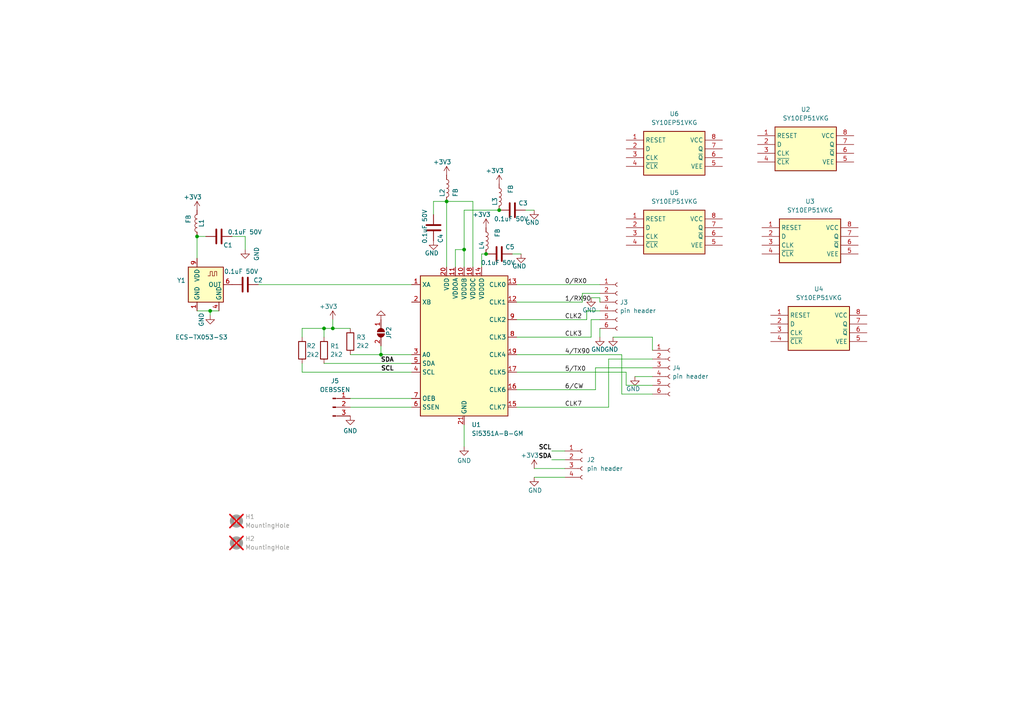
<source format=kicad_sch>
(kicad_sch (version 20250114) (generator "eeschema") (generator_version "9.0")
  (paper "A4")
  (title_block (title "Si5341A-D-GM Daughter Board") (date "2026-01-03") (rev "1") (company "Designed by WJ Schmidt - K9HZ"))
  (lib_symbols
    (symbol "+3V3_1" (power) (pin_numbers (hide yes)) (pin_names (offset 0) (hide yes))
      (property "Value" "+3V3" (at 0 3.556 0))
      (symbol "+3V3_1_0_1"
        (polyline (pts (xy -0.762 1.27) (xy 0 2.54)))
        (polyline (pts (xy 0 2.54) (xy 0.762 1.27)))
        (polyline (pts (xy 0 0) (xy 0 2.54)))
      )
      (symbol "+3V3_1_1_1"
        (pin power_in line (at 0 0 90) (length 0) (name "~") (number "1"))
      )
    )
    (symbol "Connector:Conn_01x03_Pin" (pin_names (offset 1.016) (hide yes))
      (property "Reference" "J" (at 0 5.08 0))
      (property "Value" "Conn_01x03_Pin" (at 0 -5.08 0))
      (symbol "Conn_01x03_Pin_1_1"
        (rectangle (start 0.8636 2.667) (end 0 2.413) (stroke (width 0.1524)) (fill (type outline)))
        (rectangle (start 0.8636 0.127) (end 0 -0.127) (stroke (width 0.1524)) (fill (type outline)))
        (rectangle (start 0.8636 -2.413) (end 0 -2.667) (stroke (width 0.1524)) (fill (type outline)))
        (polyline (pts (xy 1.27 2.54) (xy 0.8636 2.54)) (stroke (width 0.1524)))
        (polyline (pts (xy 1.27 0) (xy 0.8636 0)) (stroke (width 0.1524)))
        (polyline (pts (xy 1.27 -2.54) (xy 0.8636 -2.54)) (stroke (width 0.1524)))
        (pin passive line (at 5.08 2.54 180) (length 3.81) (name "Pin_1") (number "1"))
        (pin passive line (at 5.08 0 180) (length 3.81) (name "Pin_2") (number "2"))
        (pin passive line (at 5.08 -2.54 180) (length 3.81) (name "Pin_3") (number "3"))
      )
    )
    (symbol "Connector:Conn_01x04_Socket" (pin_names (offset 1.016) (hide yes))
      (property "Reference" "J" (at 0 5.08 0))
      (property "Value" "Conn_01x04_Socket" (at 0 -7.62 0))
      (symbol "Conn_01x04_Socket_1_1"
        (polyline (pts (xy -1.27 2.54) (xy -0.508 2.54)) (stroke (width 0.1524)))
        (polyline (pts (xy -1.27 0) (xy -0.508 0)) (stroke (width 0.1524)))
        (polyline (pts (xy -1.27 -2.54) (xy -0.508 -2.54)) (stroke (width 0.1524)))
        (polyline (pts (xy -1.27 -5.08) (xy -0.508 -5.08)) (stroke (width 0.1524)))
        (arc (start 0 2.032) (mid -0.5058 2.54) (end 0 3.048) (stroke (width 0.1524)))
        (arc (start 0 -0.508) (mid -0.5058 0) (end 0 0.508) (stroke (width 0.1524)))
        (arc (start 0 -3.048) (mid -0.5058 -2.54) (end 0 -2.032) (stroke (width 0.1524)))
        (arc (start 0 -5.588) (mid -0.5058 -5.08) (end 0 -4.572) (stroke (width 0.1524)))
        (pin passive line (at -5.08 2.54 0) (length 3.81) (name "Pin_1") (number "1"))
        (pin passive line (at -5.08 0 0) (length 3.81) (name "Pin_2") (number "2"))
        (pin passive line (at -5.08 -2.54 0) (length 3.81) (name "Pin_3") (number "3"))
        (pin passive line (at -5.08 -5.08 0) (length 3.81) (name "Pin_4") (number "4"))
      )
    )
    (symbol "Connector:Conn_01x06_Socket" (pin_names (offset 1.016) (hide yes))
      (property "Reference" "J" (at 0 7.62 0))
      (property "Value" "Conn_01x06_Socket" (at 0 -10.16 0))
      (symbol "Conn_01x06_Socket_1_1"
        (polyline (pts (xy -1.27 5.08) (xy -0.508 5.08)) (stroke (width 0.1524)))
        (polyline (pts (xy -1.27 2.54) (xy -0.508 2.54)) (stroke (width 0.1524)))
        (polyline (pts (xy -1.27 0) (xy -0.508 0)) (stroke (width 0.1524)))
        (polyline (pts (xy -1.27 -2.54) (xy -0.508 -2.54)) (stroke (width 0.1524)))
        (polyline (pts (xy -1.27 -5.08) (xy -0.508 -5.08)) (stroke (width 0.1524)))
        (polyline (pts (xy -1.27 -7.62) (xy -0.508 -7.62)) (stroke (width 0.1524)))
        (arc (start 0 4.572) (mid -0.5058 5.08) (end 0 5.588) (stroke (width 0.1524)))
        (arc (start 0 2.032) (mid -0.5058 2.54) (end 0 3.048) (stroke (width 0.1524)))
        (arc (start 0 -0.508) (mid -0.5058 0) (end 0 0.508) (stroke (width 0.1524)))
        (arc (start 0 -3.048) (mid -0.5058 -2.54) (end 0 -2.032) (stroke (width 0.1524)))
        (arc (start 0 -5.588) (mid -0.5058 -5.08) (end 0 -4.572) (stroke (width 0.1524)))
        (arc (start 0 -8.128) (mid -0.5058 -7.62) (end 0 -7.112) (stroke (width 0.1524)))
        (pin passive line (at -5.08 5.08 0) (length 3.81) (name "Pin_1") (number "1"))
        (pin passive line (at -5.08 2.54 0) (length 3.81) (name "Pin_2") (number "2"))
        (pin passive line (at -5.08 0 0) (length 3.81) (name "Pin_3") (number "3"))
        (pin passive line (at -5.08 -2.54 0) (length 3.81) (name "Pin_4") (number "4"))
        (pin passive line (at -5.08 -5.08 0) (length 3.81) (name "Pin_5") (number "5"))
        (pin passive line (at -5.08 -7.62 0) (length 3.81) (name "Pin_6") (number "6"))
      )
    )
    (symbol "Device:C" (pin_numbers (hide yes)) (pin_names (offset 0.254))
      (property "Reference" "C" (at 0.635 2.54 0))
      (property "Value" "C" (at 0.635 -2.54 0))
      (symbol "C_0_1"
        (polyline (pts (xy -2.032 0.762) (xy 2.032 0.762)) (stroke (width 0.508)))
        (polyline (pts (xy -2.032 -0.762) (xy 2.032 -0.762)) (stroke (width 0.508)))
      )
      (symbol "C_1_1"
        (pin passive line (at 0 3.81 270) (length 2.794) (name "~") (number "1"))
        (pin passive line (at 0 -3.81 90) (length 2.794) (name "~") (number "2"))
      )
    )
    (symbol "Device:L" (pin_numbers (hide yes)) (pin_names (offset 1.016) (hide yes))
      (property "Reference" "L" (at -1.27 0 90))
      (property "Value" "L" (at 1.905 0 90))
      (symbol "L_0_1"
        (arc (start 0 2.54) (mid 0.6323 1.905) (end 0 1.27))
        (arc (start 0 1.27) (mid 0.6323 0.635) (end 0 0))
        (arc (start 0 0) (mid 0.6323 -0.635) (end 0 -1.27))
        (arc (start 0 -1.27) (mid 0.6323 -1.905) (end 0 -2.54))
      )
      (symbol "L_1_1"
        (pin passive line (at 0 3.81 270) (length 1.27) (name "1") (number "1"))
        (pin passive line (at 0 -3.81 90) (length 1.27) (name "2") (number "2"))
      )
    )
    (symbol "Device:R" (pin_numbers (hide yes)) (pin_names (offset 0))
      (property "Reference" "R" (at 2.032 0 90))
      (property "Value" "R" (at 0 0 90))
      (symbol "R_0_1"
        (rectangle (start -1.016 -2.54) (end 1.016 2.54) (stroke (width 0.254)))
      )
      (symbol "R_1_1"
        (pin passive line (at 0 3.81 270) (length 1.27) (name "~") (number "1"))
        (pin passive line (at 0 -3.81 90) (length 1.27) (name "~") (number "2"))
      )
    )
    (symbol "Jumper:SolderJumper_2_Open" (pin_names (offset 0) (hide yes))
      (property "Reference" "JP" (at 0 2.032 0))
      (property "Value" "SolderJumper_2_Open" (at 0 -2.54 0))
      (symbol "SolderJumper_2_Open_0_1"
        (polyline (pts (xy -0.254 1.016) (xy -0.254 -1.016)))
        (arc (start -0.254 -1.016) (mid -1.2656 0) (end -0.254 1.016))
        (arc (start -0.254 -1.016) (mid -1.2656 0) (end -0.254 1.016) (fill (type outline)))
        (arc (start 0.254 1.016) (mid 1.2656 0) (end 0.254 -1.016))
        (arc (start 0.254 1.016) (mid 1.2656 0) (end 0.254 -1.016) (fill (type outline)))
        (polyline (pts (xy 0.254 1.016) (xy 0.254 -1.016)))
      )
      (symbol "SolderJumper_2_Open_1_1"
        (pin passive line (at -3.81 0 0) (length 2.54) (name "A") (number "1"))
        (pin passive line (at 3.81 0 180) (length 2.54) (name "B") (number "2"))
      )
    )
    (symbol "Mechanical:MountingHole" (pin_names (offset 1.016)) (in_bom no)
      (property "Reference" "H" (at 0 5.08 0))
      (property "Value" "MountingHole" (at 0 3.175 0))
      (symbol "MountingHole_0_1"
        (circle (center 0 0) (radius 1.27) (stroke (width 1.27)))
      )
    )
    (symbol "Oscillator:Si5351A-B-GM"
      (property "Reference" "Y" (at -12.7 21.59 0))
      (property "Value" "Si5351A-B-GM" (at -13.97 -22.86 0))
      (symbol "Si5351A-B-GM_1_1"
        (rectangle (start -12.7 20.32) (end 12.7 -20.32) (stroke (width 0.254)) (fill (type background)))
        (pin input line (at -15.24 17.78 0) (length 2.54) (name "XA") (number "1"))
        (pin input line (at -15.24 12.7 0) (length 2.54) (name "XB") (number "2"))
        (pin input line (at -15.24 -2.54 0) (length 2.54) (name "A0") (number "3"))
        (pin bidirectional line (at -15.24 -5.08 0) (length 2.54) (name "SDA") (number "5"))
        (pin input line (at -15.24 -7.62 0) (length 2.54) (name "SCL") (number "4"))
        (pin input line (at -15.24 -15.24 0) (length 2.54) (name "OEB") (number "7"))
        (pin input line (at -15.24 -17.78 0) (length 2.54) (name "SSEN") (number "6"))
        (pin power_in line (at -5.08 22.86 270) (length 2.54) (name "VDD") (number "20"))
        (pin power_in line (at -2.54 22.86 270) (length 2.54) (name "VDDOA") (number "11"))
        (pin power_in line (at 0 22.86 270) (length 2.54) (name "VDDOB") (number "10"))
        (pin power_in line (at 0 -22.86 90) (length 2.54) (name "GND") (number "21"))
        (pin power_in line (at 2.54 22.86 270) (length 2.54) (name "VDDOC") (number "18"))
        (pin power_in line (at 5.08 22.86 270) (length 2.54) (name "VDDOD") (number "14"))
        (pin output line (at 15.24 17.78 180) (length 2.54) (name "CLK0") (number "13"))
        (pin output line (at 15.24 12.7 180) (length 2.54) (name "CLK1") (number "12"))
        (pin output line (at 15.24 7.62 180) (length 2.54) (name "CLK2") (number "9"))
        (pin output line (at 15.24 2.54 180) (length 2.54) (name "CLK3") (number "8"))
        (pin output line (at 15.24 -2.54 180) (length 2.54) (name "CLK4") (number "19"))
        (pin output line (at 15.24 -7.62 180) (length 2.54) (name "CLK5") (number "17"))
        (pin output line (at 15.24 -12.7 180) (length 2.54) (name "CLK6") (number "16"))
        (pin output line (at 15.24 -17.78 180) (length 2.54) (name "CLK7") (number "15"))
      )
    )
    (symbol "SY10EP51VKG:SY10EP51VKG"
      (property "Reference" "IC" (at 24.13 7.62 0))
      (property "Value" "SY10EP51VKG" (at 24.13 5.08 0))
      (symbol "SY10EP51VKG_1_1"
        (rectangle (start 5.08 2.54) (end 22.86 -10.16) (stroke (width 0.254)) (fill (type background)))
        (pin passive line (at 0 0 0) (length 5.08) (name "RESET") (number "1"))
        (pin passive line (at 0 -2.54 0) (length 5.08) (name "D") (number "2"))
        (pin passive line (at 0 -5.08 0) (length 5.08) (name "CLK") (number "3"))
        (pin passive line (at 0 -7.62 0) (length 5.08) (name "~{CLK}") (number "4"))
        (pin passive line (at 27.94 0 180) (length 5.08) (name "VCC") (number "8"))
        (pin passive line (at 27.94 -2.54 180) (length 5.08) (name "Q") (number "7"))
        (pin passive line (at 27.94 -5.08 180) (length 5.08) (name "~{Q}") (number "6"))
        (pin passive line (at 27.94 -7.62 180) (length 5.08) (name "VEE") (number "5"))
      )
    )
    (symbol "T41_Library:ECS-TX053-S3"
      (property "Reference" "U" (at 1.27 11.43 0))
      (property "Value" "ECS-TX053-S3" (at 2.54 8.89 0))
      (symbol "ECS-TX053-S3_0_1"
        (rectangle (start -5.08 5.08) (end 5.08 -5.08) (stroke (width 0.254)) (fill (type background)))
        (polyline (pts (xy 0.635 2.54) (xy 1.27 2.54) (xy 1.27 3.81) (xy 1.905 3.81) (xy 1.905 2.54) (xy 2.54 2.54) (xy 2.54 3.81) (xy 3.175 3.81) (xy 3.175 2.54)))
      )
      (symbol "ECS-TX053-S3_1_1"
        (pin power_in line (at -2.54 7.62 270) (length 2.54) (name "VDD") (number "9"))
        (pin power_in line (at -2.54 -7.62 90) (length 2.54) (name "GND") (number "1"))
        (pin power_in line (at 3.81 -7.62 90) (length 2.54) (name "GND") (number "4"))
        (pin output line (at 7.62 0 180) (length 2.54) (name "OUT") (number "6"))
      )
    )
    (symbol "power:+3V3" (power) (pin_names (offset 0))
      (property "Value" "+3V3" (at 0 3.556 0))
      (symbol "+3V3_0_1"
        (polyline (pts (xy -0.762 1.27) (xy 0 2.54)))
        (polyline (pts (xy 0 2.54) (xy 0.762 1.27)))
        (polyline (pts (xy 0 0) (xy 0 2.54)))
      )
      (symbol "+3V3_1_1"
        (pin power_in line (at 0 0 90) (length 0) (hide yes) (name "+3V3") (number "1"))
      )
    )
    (symbol "power:GND" (power) (pin_names (offset 0))
      (property "Value" "GND" (at 0 -3.81 0))
      (symbol "GND_0_1"
        (polyline (pts (xy 0 0) (xy 0 -1.27) (xy 1.27 -1.27) (xy 0 -2.54) (xy -1.27 -1.27) (xy 0 -1.27)))
      )
      (symbol "GND_1_1"
        (pin power_in line (at 0 0 270) (length 0) (hide yes) (name "GND") (number "1"))
      )
    )
  )
  (junction (at 140.97 73.66))
  (junction (at 110.49 102.87))
  (junction (at 144.78 60.96))
  (junction (at 93.98 95.25))
  (junction (at 96.52 95.25))
  (junction (at 60.96 90.17))
  (junction (at 129.54 58.42))
  (junction (at 134.62 72.39))
  (junction (at 57.15 68.58))
  (wire (pts (xy 154.94 135.89) (xy 163.83 135.89)))
  (wire (pts (xy 149.86 87.63) (xy 168.91 87.63)))
  (wire (pts (xy 149.86 97.79) (xy 171.45 97.79)))
  (wire (pts (xy 110.49 100.33) (xy 110.49 102.87)))
  (wire (pts (xy 101.6 118.11) (xy 119.38 118.11)))
  (wire (pts (xy 171.45 92.71) (xy 173.99 92.71)))
  (wire (pts (xy 87.63 95.25) (xy 93.98 95.25)))
  (wire (pts (xy 125.73 62.23) (xy 125.73 58.42)))
  (wire (pts (xy 151.13 73.66) (xy 148.59 73.66)))
  (wire (pts (xy 170.18 92.71) (xy 170.18 90.17)))
  (wire (pts (xy 171.45 86.36) (xy 173.99 86.36)))
  (wire (pts (xy 160.02 130.81) (xy 163.83 130.81)))
  (wire (pts (xy 170.18 90.17) (xy 173.99 90.17)))
  (wire (pts (xy 129.54 58.42) (xy 129.54 77.47)))
  (wire (pts (xy 160.02 133.35) (xy 163.83 133.35)))
  (wire (pts (xy 139.7 73.66) (xy 140.97 73.66)))
  (wire (pts (xy 172.72 106.68) (xy 172.72 113.03)))
  (wire (pts (xy 96.52 92.71) (xy 96.52 95.25)))
  (wire (pts (xy 134.62 60.96) (xy 134.62 72.39)))
  (wire (pts (xy 125.73 58.42) (xy 129.54 58.42)))
  (wire (pts (xy 181.61 111.76) (xy 189.23 111.76)))
  (wire (pts (xy 137.16 58.42) (xy 129.54 58.42)))
  (wire (pts (xy 180.34 114.3) (xy 189.23 114.3)))
  (wire (pts (xy 87.63 107.95) (xy 119.38 107.95)))
  (wire (pts (xy 59.69 68.58) (xy 57.15 68.58)))
  (wire (pts (xy 172.72 106.68) (xy 189.23 106.68)))
  (wire (pts (xy 60.96 90.17) (xy 60.96 91.44)))
  (wire (pts (xy 101.6 102.87) (xy 110.49 102.87)))
  (wire (pts (xy 71.12 68.58) (xy 71.12 72.39)))
  (wire (pts (xy 177.8 97.79) (xy 189.23 97.79)))
  (wire (pts (xy 87.63 105.41) (xy 87.63 107.95)))
  (wire (pts (xy 184.15 109.22) (xy 189.23 109.22)))
  (wire (pts (xy 93.98 105.41) (xy 119.38 105.41)))
  (wire (pts (xy 149.86 82.55) (xy 173.99 82.55)))
  (wire (pts (xy 134.62 129.54) (xy 134.62 123.19)))
  (wire (pts (xy 71.12 68.58) (xy 67.31 68.58)))
  (wire (pts (xy 176.53 104.14) (xy 176.53 118.11)))
  (wire (pts (xy 96.52 95.25) (xy 101.6 95.25)))
  (wire (pts (xy 101.6 115.57) (xy 119.38 115.57)))
  (wire (pts (xy 180.34 102.87) (xy 180.34 114.3)))
  (wire (pts (xy 149.86 107.95) (xy 181.61 107.95)))
  (wire (pts (xy 171.45 97.79) (xy 171.45 92.71)))
  (wire (pts (xy 176.53 104.14) (xy 189.23 104.14)))
  (wire (pts (xy 139.7 77.47) (xy 139.7 73.66)))
  (wire (pts (xy 137.16 77.47) (xy 137.16 58.42)))
  (wire (pts (xy 154.94 138.43) (xy 163.83 138.43)))
  (wire (pts (xy 63.5 90.17) (xy 60.96 90.17)))
  (wire (pts (xy 149.86 118.11) (xy 176.53 118.11)))
  (wire (pts (xy 181.61 107.95) (xy 181.61 111.76)))
  (wire (pts (xy 132.08 72.39) (xy 134.62 72.39)))
  (wire (pts (xy 60.96 90.17) (xy 57.15 90.17)))
  (wire (pts (xy 173.99 86.36) (xy 173.99 87.63)))
  (wire (pts (xy 149.86 92.71) (xy 170.18 92.71)))
  (wire (pts (xy 173.99 95.25) (xy 173.99 97.79)))
  (wire (pts (xy 180.34 102.87) (xy 149.86 102.87)))
  (wire (pts (xy 168.91 85.09) (xy 173.99 85.09)))
  (wire (pts (xy 57.15 68.58) (xy 57.15 74.93)))
  (wire (pts (xy 134.62 72.39) (xy 134.62 77.47)))
  (wire (pts (xy 110.49 102.87) (xy 119.38 102.87)))
  (wire (pts (xy 149.86 113.03) (xy 172.72 113.03)))
  (wire (pts (xy 93.98 95.25) (xy 96.52 95.25)))
  (wire (pts (xy 87.63 95.25) (xy 87.63 97.79)))
  (wire (pts (xy 74.93 82.55) (xy 119.38 82.55)))
  (wire (pts (xy 189.23 97.79) (xy 189.23 101.6)))
  (wire (pts (xy 132.08 72.39) (xy 132.08 77.47)))
  (wire (pts (xy 154.94 60.96) (xy 152.4 60.96)))
  (wire (pts (xy 93.98 95.25) (xy 93.98 97.79)))
  (wire (pts (xy 168.91 87.63) (xy 168.91 85.09)))
  (wire (pts (xy 134.62 60.96) (xy 144.78 60.96)))
  (label "6{slash}CW" (at 163.83 113.03 0))
  (label "SDA" (at 114.3 105.41 180) (effects (font (bold yes))))
  (label "SCL" (at 114.3 107.95 180) (effects (font (bold yes))))
  (label "CLK7" (at 163.83 118.11 0))
  (label "CLK3" (at 163.83 97.79 0))
  (label "1{slash}RX90" (at 163.83 87.63 0))
  (label "SCL" (at 160.02 130.81 180) (effects (font (bold yes))))
  (label "4{slash}TX90" (at 163.83 102.87 0))
  (label "SDA" (at 160.02 133.35 180) (effects (font (bold yes))))
  (label "0{slash}RX0" (at 163.83 82.55 0))
  (label "CLK2" (at 163.83 92.71 0))
  (label "5{slash}TX0" (at 163.83 107.95 0))
  (symbol (lib_id "Connector:Conn_01x03_Pin") (at 96.52 118.11 0) (unit 1)
    (property "Reference" "J5" (at 97.155 110.49 0))
    (property "Value" "OEBSSEN" (at 97.155 113.03 0))
    (property "Footprint" "Connector_PinHeader_2.54mm:PinHeader_1x03_P2.54mm_Vertical" (effects (hide yes)))
    (property "Description" "Generic connector, single row, 01x03, script generated" (effects (hide yes)))
  )
  (symbol (lib_id "power:GND") (at 125.73 69.85 0) (mirror y) (unit 1)
    (property "Reference" "#PWR09" (effects (hide yes)))
    (property "Value" "GND" (at 125.222 73.406 0))
  )
  (symbol (lib_id "Device:L") (at 144.78 57.15 0) (unit 1)
    (property "Reference" "L3" (at 143.51 59.69 90) (effects (justify left)))
    (property "Value" "FB" (at 148.082 56.134 90) (effects (justify left)))
    (property "Footprint" "Inductor_SMD:L_0603_1608Metric" (effects (hide yes)))
    (property "PN" "BMC-Q1JY0500H" (effects (hide yes)))
    (property "LCSC" "C1002" (effects (hide yes)))
  )
  (symbol (lib_id "power:GND") (at 71.12 72.39 0) (mirror y) (unit 1)
    (property "Reference" "#PWR03" (effects (hide yes)))
    (property "Value" "GND" (at 74.422 73.66 90))
  )
  (symbol (lib_id "SY10EP51VKG:SY10EP51VKG") (at 181.61 40.64 0) (unit 1)
    (property "Reference" "U6" (at 195.58 33.02 0))
    (property "Value" "SY10EP51VKG" (at 195.58 35.56 0))
    (property "Footprint" "T41_Library:SOP65P490X110-8N" (effects (hide yes)))
    (property "Datasheet" "https://componentsearchengine.com/Datasheets/2/SY10EP51VKG.pdf" (effects (hide yes)))
    (property "Description" "Microchip SY10EP51VKG D Type Flip Flop IC, ECL, PECL, 3.3  5 V, 8-Pin MSOP" (effects (hide yes)))
    (property "Height" "1.1" (effects (hide yes)))
    (property "Mouser Part Number" "998-SY10EP51VKG" (effects (hide yes)))
    (property "Mouser Price/Stock" "https://www.mouser.co.uk/ProductDetail/Microchip-Technology/SY10EP51VKG?qs=dl0mufiodq6tuRydKDJktw%3D%3D" (effects (hide yes)))
    (property "Manufacturer_Name" "Microchip" (effects (hide yes)))
    (property "Manufacturer_Part_Number" "SY10EP51VKG" (effects (hide yes)))
  )
  (symbol (lib_id "Connector:Conn_01x06_Socket") (at 179.07 87.63 0) (unit 1)
    (property "Reference" "J3" (at 179.7812 87.6878 0) (effects (justify left)))
    (property "Value" "pin header" (at 179.7812 90.1121 0) (effects (justify left)))
    (property "Footprint" "Connector_PinHeader_2.54mm:PinHeader_1x06_P2.54mm_Vertical" (effects (hide yes)))
    (property "Description" "Generic connector, single row, 01x06, script generated" (effects (hide yes)))
  )
  (symbol (lib_id "Connector:Conn_01x06_Socket") (at 194.31 106.68 0) (unit 1)
    (property "Reference" "J4" (at 195.0212 106.7378 0) (effects (justify left)))
    (property "Value" "pin header" (at 195.0212 109.1621 0) (effects (justify left)))
    (property "Footprint" "Connector_PinHeader_2.54mm:PinHeader_1x06_P2.54mm_Vertical" (effects (hide yes)))
    (property "Description" "Generic connector, single row, 01x06, script generated" (effects (hide yes)))
  )
  (symbol (lib_id "power:+3V3") (at 57.15 60.96 0) (unit 1)
    (property "Reference" "#PWR01" (effects (hide yes)))
    (property "Value" "+3V3" (at 55.88 57.15 0))
  )
  (symbol (lib_id "T41_Library:ECS-TX053-S3") (at 59.69 82.55 0) (unit 1)
    (property "Reference" "Y1" (at 53.8481 81.3379 0) (effects (justify right)))
    (property "Value" "ECS-TX053-S3" (at 66.04 97.79 0) (effects (justify right)))
    (property "Footprint" "T41_Library:Oscillator_ECS_TXO53_S3" (effects (hide yes)))
    (property "Datasheet" "https://www.ecsxtal.com/store/pdf/ECS-TXO53-S3.pdf" (effects (hide yes)))
    (property "PN" "ECS-TXO53-S3-33-250-BN-TR " (effects (hide yes)))
    (property "LCSC" "C18457614" (effects (hide yes)))
  )
  (symbol (lib_name "+3V3_1") (lib_id "power:+3V3") (at 129.54 50.8 0) (unit 1)
    (property "Reference" "#PWR012" (effects (hide yes)))
    (property "Value" "+3V3" (at 128.27 46.99 0))
    (property "Description" "Power symbol creates a global label with name \"+3V3\"" (effects (hide yes)))
  )
  (symbol (lib_id "Device:L") (at 140.97 69.85 0) (unit 1)
    (property "Reference" "L4" (at 139.7 72.39 90) (effects (justify left)))
    (property "Value" "FB" (at 144.272 68.834 90) (effects (justify left)))
    (property "Footprint" "Inductor_SMD:L_0603_1608Metric" (effects (hide yes)))
    (property "PN" "BMC-Q1JY0500H" (effects (hide yes)))
    (property "LCSC" "C1002" (effects (hide yes)))
  )
  (symbol (lib_id "Device:C") (at 125.73 66.04 0) (mirror y) (unit 1)
    (property "Reference" "C4" (at 127.762 67.818 90) (effects (justify right)))
    (property "Value" "0.1uF 50V" (at 123.19 60.706 90) (effects (justify right)))
    (property "Footprint" "Capacitor_SMD:C_0603_1608Metric" (effects (hide yes)))
    (property "PN" "CC0603KRX7R9BB104" (effects (hide yes)))
    (property "LCSC" "C14663" (effects (hide yes)))
  )
  (symbol (lib_id "power:GND") (at 101.6 120.65 0) (unit 1)
    (property "Reference" "#PWR019" (effects (hide yes)))
    (property "Value" "GND" (at 101.6 124.968 0))
  )
  (symbol (lib_id "power:+3V3") (at 96.52 92.71 0) (unit 1)
    (property "Reference" "#PWR016" (effects (hide yes)))
    (property "Value" "+3V3" (at 95.25 88.9 0))
  )
  (symbol (lib_id "Device:R") (at 101.6 99.06 0) (unit 1)
    (property "Reference" "R3" (at 103.378 97.8478 0) (effects (justify left)))
    (property "Value" "2k2" (at 103.378 100.2721 0) (effects (justify left)))
    (property "Footprint" "Resistor_SMD:R_0603_1608Metric" (effects (hide yes)))
    (property "Description" "Resistor" (effects (hide yes)))
    (property "LCSC" "C4190" (effects (hide yes)))
    (property "PN" "CRGP0603F2K2" (effects (hide yes)))
  )
  (symbol (lib_id "Device:C") (at 63.5 68.58 90) (unit 1)
    (property "Reference" "C1" (at 64.77 71.12 90) (effects (justify right)))
    (property "Value" "0.1uF 50V" (at 66.04 67.31 90) (effects (justify right)))
    (property "Footprint" "Capacitor_SMD:C_0603_1608Metric" (effects (hide yes)))
    (property "PN" "CC0603KRX7R9BB104" (effects (hide yes)))
    (property "LCSC" "C14663" (effects (hide yes)))
  )
  (symbol (lib_id "power:GND") (at 134.62 129.54 0) (unit 1)
    (property "Reference" "#PWR011" (effects (hide yes)))
    (property "Value" "GND" (at 134.62 133.604 0))
  )
  (symbol (lib_id "Device:C") (at 71.12 82.55 270) (mirror x) (unit 1)
    (property "Reference" "C2" (at 76.2 81.28 90) (effects (justify right)))
    (property "Value" "0.1uF 50V" (at 74.93 78.74 90) (effects (justify right)))
    (property "Footprint" "Capacitor_SMD:C_0603_1608Metric" (effects (hide yes)))
    (property "PN" "CC0603KRX7R9BB104" (effects (hide yes)))
    (property "LCSC" "C14663" (effects (hide yes)))
  )
  (symbol (lib_id "Oscillator:Si5351A-B-GM") (at 134.62 100.33 0) (unit 1)
    (property "Reference" "U1" (at 136.7633 123.19 0) (effects (justify left)))
    (property "Value" "Si5351A-B-GM" (at 136.7633 125.73 0) (effects (justify left)))
    (property "Footprint" "Package_DFN_QFN:QFN-20-1EP_4x4mm_P0.5mm_EP2.7x2.7mm" (effects (hide yes)))
    (property "Datasheet" "https://www.silabs.com/documents/public/data-sheets/Si5351-B.pdf" (effects (hide yes)))
    (property "Description" "I2C Programmable Any-Frequency CMOS Clock Generator, QFN-20" (effects (hide yes)))
    (property "PN" "SI5351A-B-GM" (effects (hide yes)))
    (property "LCSC" "C22413806" (effects (hide yes)))
  )
  (symbol (lib_id "SY10EP51VKG:SY10EP51VKG") (at 220.98 66.04 0) (unit 1)
    (property "Reference" "U3" (at 234.95 58.42 0))
    (property "Value" "SY10EP51VKG" (at 234.95 60.96 0))
    (property "Footprint" "T41_Library:SOP65P490X110-8N" (effects (hide yes)))
    (property "Datasheet" "https://componentsearchengine.com/Datasheets/2/SY10EP51VKG.pdf" (effects (hide yes)))
    (property "Description" "Microchip SY10EP51VKG D Type Flip Flop IC, ECL, PECL, 3.3  5 V, 8-Pin MSOP" (effects (hide yes)))
    (property "Height" "1.1" (effects (hide yes)))
    (property "Mouser Part Number" "998-SY10EP51VKG" (effects (hide yes)))
    (property "Mouser Price/Stock" "https://www.mouser.co.uk/ProductDetail/Microchip-Technology/SY10EP51VKG?qs=dl0mufiodq6tuRydKDJktw%3D%3D" (effects (hide yes)))
    (property "Manufacturer_Name" "Microchip" (effects (hide yes)))
    (property "Manufacturer_Part_Number" "SY10EP51VKG" (effects (hide yes)))
  )
  (symbol (lib_id "power:GND") (at 154.94 138.43 0) (unit 1)
    (property "Reference" "#PWR018" (effects (hide yes)))
    (property "Value" "GND" (at 155.194 142.24 0))
  )
  (symbol (lib_id "power:GND") (at 177.8 97.79 0) (mirror y) (unit 1)
    (property "Reference" "#PWR014" (effects (hide yes)))
    (property "Value" "GND" (at 177.292 101.346 0))
  )
  (symbol (lib_id "Device:R") (at 93.98 101.6 0) (unit 1)
    (property "Reference" "R1" (at 95.758 100.3878 0) (effects (justify left)))
    (property "Value" "2k2" (at 95.758 102.8121 0) (effects (justify left)))
    (property "Footprint" "Resistor_SMD:R_0603_1608Metric" (effects (hide yes)))
    (property "Description" "Resistor" (effects (hide yes)))
    (property "LCSC" "C4190" (effects (hide yes)))
    (property "PN" "CRGP0603F2K2" (effects (hide yes)))
  )
  (symbol (lib_id "Device:C") (at 148.59 60.96 90) (mirror x) (unit 1)
    (property "Reference" "C3" (at 150.368 58.928 90) (effects (justify right)))
    (property "Value" "0.1uF 50V" (at 143.256 63.5 90) (effects (justify right)))
    (property "Footprint" "Capacitor_SMD:C_0603_1608Metric" (effects (hide yes)))
    (property "PN" "CC0603KRX7R9BB104" (effects (hide yes)))
    (property "LCSC" "C14663" (effects (hide yes)))
  )
  (symbol (lib_id "power:+3V3") (at 144.78 53.34 0) (unit 1)
    (property "Reference" "#PWR04" (effects (hide yes)))
    (property "Value" "+3V3" (at 143.51 49.53 0))
  )
  (symbol (lib_id "Jumper:SolderJumper_2_Open") (at 110.49 96.52 270) (unit 1)
    (property "Reference" "JP2" (at 112.776 96.52 0))
    (property "Value" "SolderJumper_2_Open" (effects (hide yes)))
    (property "Footprint" "Jumper:SolderJumper-2_P1.3mm_Open_TrianglePad1.0x1.5mm" (effects (hide yes)))
  )
  (symbol (lib_id "Mechanical:MountingHole") (at 68.58 151.13 0) (unit 1) (in_bom no) (dnp yes)
    (property "Reference" "H1" (at 71.12 149.8599 0) (effects (justify left)))
    (property "Value" "MountingHole" (at 71.12 152.3999 0) (effects (justify left)))
    (property "Footprint" "MountingHole:MountingHole_2.2mm_M2_DIN965" (effects (hide yes)))
    (property "Description" "Mounting Hole without connection" (effects (hide yes)))
  )
  (symbol (lib_id "Connector:Conn_01x04_Socket") (at 168.91 133.35 0) (unit 1)
    (property "Reference" "J2" (at 170.18 133.3499 0) (effects (justify left)))
    (property "Value" "pin header" (at 170.18 135.8899 0) (effects (justify left)))
    (property "Footprint" "Connector_PinHeader_2.54mm:PinHeader_1x04_P2.54mm_Vertical" (effects (hide yes)))
    (property "Description" "Generic connector, single row, 01x04, script generated" (effects (hide yes)))
  )
  (symbol (lib_id "power:GND") (at 151.13 73.66 0) (mirror y) (unit 1)
    (property "Reference" "#PWR06" (effects (hide yes)))
    (property "Value" "GND" (at 150.622 77.216 0))
  )
  (symbol (lib_id "power:+3V3") (at 154.94 135.89 0) (unit 1)
    (property "Reference" "#PWR017" (effects (hide yes)))
    (property "Value" "+3V3" (at 153.67 132.08 0))
  )
  (symbol (lib_id "SY10EP51VKG:SY10EP51VKG") (at 219.71 39.37 0) (unit 1)
    (property "Reference" "U2" (at 233.68 31.75 0))
    (property "Value" "SY10EP51VKG" (at 233.68 34.29 0))
    (property "Footprint" "T41_Library:SOP65P490X110-8N" (effects (hide yes)))
    (property "Datasheet" "https://componentsearchengine.com/Datasheets/2/SY10EP51VKG.pdf" (effects (hide yes)))
    (property "Description" "Microchip SY10EP51VKG D Type Flip Flop IC, ECL, PECL, 3.3  5 V, 8-Pin MSOP" (effects (hide yes)))
    (property "Height" "1.1" (effects (hide yes)))
    (property "Mouser Part Number" "998-SY10EP51VKG" (effects (hide yes)))
    (property "Mouser Price/Stock" "https://www.mouser.co.uk/ProductDetail/Microchip-Technology/SY10EP51VKG?qs=dl0mufiodq6tuRydKDJktw%3D%3D" (effects (hide yes)))
    (property "Manufacturer_Name" "Microchip" (effects (hide yes)))
    (property "Manufacturer_Part_Number" "SY10EP51VKG" (effects (hide yes)))
  )
  (symbol (lib_id "power:GND") (at 110.49 92.71 180) (unit 1)
    (property "Reference" "#PWR08" (effects (hide yes)))
    (property "Value" "GND" (effects (hide yes)))
  )
  (symbol (lib_id "power:GND") (at 171.45 86.36 0) (mirror y) (unit 1)
    (property "Reference" "#PWR07" (effects (hide yes)))
    (property "Value" "GND" (at 170.942 89.916 0))
  )
  (symbol (lib_id "power:GND") (at 184.15 109.22 0) (mirror y) (unit 1)
    (property "Reference" "#PWR015" (effects (hide yes)))
    (property "Value" "GND" (at 183.642 112.776 0))
  )
  (symbol (lib_id "power:GND") (at 60.96 91.44 0) (mirror y) (unit 1)
    (property "Reference" "#PWR02" (effects (hide yes)))
    (property "Value" "GND" (at 58.42 92.71 90))
  )
  (symbol (lib_id "Device:L") (at 129.54 54.61 0) (unit 1)
    (property "Reference" "L2" (at 128.27 57.15 90) (effects (justify left)))
    (property "Value" "FB" (at 132.08 57.15 90) (effects (justify left)))
    (property "Footprint" "Inductor_SMD:L_0603_1608Metric" (effects (hide yes)))
    (property "PN" "BMC-Q1JY0500H" (effects (hide yes)))
    (property "LCSC" "C1002" (effects (hide yes)))
  )
  (symbol (lib_id "Device:L") (at 57.15 64.77 180) (unit 1)
    (property "Reference" "L1" (at 58.42 63.5 90) (effects (justify left)))
    (property "Value" "FB" (at 54.61 62.23 90) (effects (justify left)))
    (property "Footprint" "Inductor_SMD:L_0603_1608Metric" (effects (hide yes)))
    (property "PN" "BMC-Q1JY0500H" (effects (hide yes)))
    (property "LCSC" "C1002" (effects (hide yes)))
  )
  (symbol (lib_id "SY10EP51VKG:SY10EP51VKG") (at 223.52 91.44 0) (unit 1)
    (property "Reference" "U4" (at 237.49 83.82 0))
    (property "Value" "SY10EP51VKG" (at 237.49 86.36 0))
    (property "Footprint" "T41_Library:SOP65P490X110-8N" (effects (hide yes)))
    (property "Datasheet" "https://componentsearchengine.com/Datasheets/2/SY10EP51VKG.pdf" (effects (hide yes)))
    (property "Description" "Microchip SY10EP51VKG D Type Flip Flop IC, ECL, PECL, 3.3  5 V, 8-Pin MSOP" (effects (hide yes)))
    (property "Height" "1.1" (effects (hide yes)))
    (property "Mouser Part Number" "998-SY10EP51VKG" (effects (hide yes)))
    (property "Mouser Price/Stock" "https://www.mouser.co.uk/ProductDetail/Microchip-Technology/SY10EP51VKG?qs=dl0mufiodq6tuRydKDJktw%3D%3D" (effects (hide yes)))
    (property "Manufacturer_Name" "Microchip" (effects (hide yes)))
    (property "Manufacturer_Part_Number" "SY10EP51VKG" (effects (hide yes)))
  )
  (symbol (lib_id "power:GND") (at 154.94 60.96 0) (mirror y) (unit 1)
    (property "Reference" "#PWR010" (effects (hide yes)))
    (property "Value" "GND" (at 154.432 64.516 0))
  )
  (symbol (lib_id "power:+3V3") (at 140.97 66.04 0) (unit 1)
    (property "Reference" "#PWR05" (effects (hide yes)))
    (property "Value" "+3V3" (at 139.7 62.23 0))
  )
  (symbol (lib_id "power:GND") (at 173.99 97.79 0) (mirror y) (unit 1)
    (property "Reference" "#PWR013" (effects (hide yes)))
    (property "Value" "GND" (at 173.482 101.346 0))
  )
  (symbol (lib_id "Device:C") (at 144.78 73.66 90) (mirror x) (unit 1)
    (property "Reference" "C5" (at 146.558 71.628 90) (effects (justify right)))
    (property "Value" "0.1uF 50V" (at 139.446 76.2 90) (effects (justify right)))
    (property "Footprint" "Capacitor_SMD:C_0603_1608Metric" (effects (hide yes)))
    (property "PN" "CC0603KRX7R9BB104" (effects (hide yes)))
    (property "LCSC" "C14663" (effects (hide yes)))
  )
  (symbol (lib_id "Mechanical:MountingHole") (at 68.58 157.48 0) (unit 1) (in_bom no) (dnp yes)
    (property "Reference" "H2" (at 71.12 156.2099 0) (effects (justify left)))
    (property "Value" "MountingHole" (at 71.12 158.7499 0) (effects (justify left)))
    (property "Footprint" "MountingHole:MountingHole_2.2mm_M2_DIN965" (effects (hide yes)))
    (property "Description" "Mounting Hole without connection" (effects (hide yes)))
  )
  (symbol (lib_id "Device:R") (at 87.63 101.6 0) (unit 1)
    (property "Reference" "R2" (at 88.9 100.33 0) (effects (justify left)))
    (property "Value" "2k2" (at 88.9 102.87 0) (effects (justify left)))
    (property "Footprint" "Resistor_SMD:R_0603_1608Metric" (effects (hide yes)))
    (property "Description" "Resistor" (effects (hide yes)))
    (property "LCSC" "C4190" (effects (hide yes)))
    (property "PN" "CRGP0603F2K2" (effects (hide yes)))
  )
  (symbol (lib_id "SY10EP51VKG:SY10EP51VKG") (at 181.61 63.5 0) (unit 1)
    (property "Reference" "U5" (at 195.58 55.88 0))
    (property "Value" "SY10EP51VKG" (at 195.58 58.42 0))
    (property "Footprint" "T41_Library:SOP65P490X110-8N" (effects (hide yes)))
    (property "Datasheet" "https://componentsearchengine.com/Datasheets/2/SY10EP51VKG.pdf" (effects (hide yes)))
    (property "Description" "Microchip SY10EP51VKG D Type Flip Flop IC, ECL, PECL, 3.3  5 V, 8-Pin MSOP" (effects (hide yes)))
    (property "Height" "1.1" (effects (hide yes)))
    (property "Mouser Part Number" "998-SY10EP51VKG" (effects (hide yes)))
    (property "Mouser Price/Stock" "https://www.mouser.co.uk/ProductDetail/Microchip-Technology/SY10EP51VKG?qs=dl0mufiodq6tuRydKDJktw%3D%3D" (effects (hide yes)))
    (property "Manufacturer_Name" "Microchip" (effects (hide yes)))
    (property "Manufacturer_Part_Number" "SY10EP51VKG" (effects (hide yes)))
  )
)
</source>
